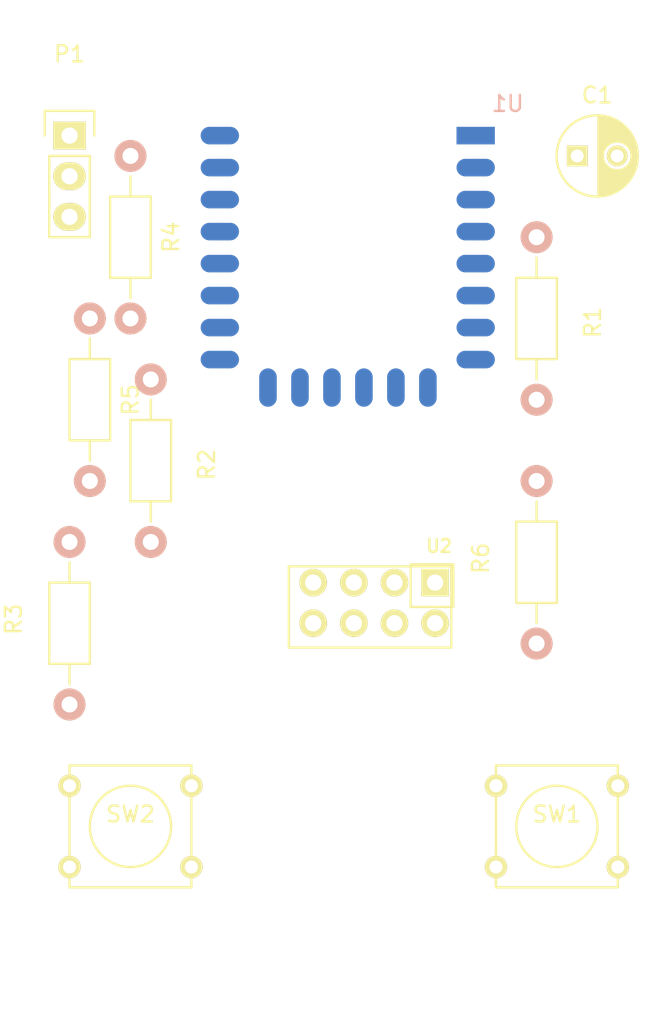
<source format=kicad_pcb>
(kicad_pcb (version 4) (host pcbnew 4.0.1-stable)

  (general
    (links 31)
    (no_connects 31)
    (area 135.07488 89.113799 176.630001 153.535001)
    (thickness 1.6)
    (drawings 4)
    (tracks 2)
    (zones 0)
    (modules 12)
    (nets 15)
  )

  (page A4)
  (layers
    (0 F.Cu signal)
    (31 B.Cu signal)
    (32 B.Adhes user)
    (33 F.Adhes user)
    (34 B.Paste user)
    (35 F.Paste user)
    (36 B.SilkS user)
    (37 F.SilkS user)
    (38 B.Mask user)
    (39 F.Mask user)
    (40 Dwgs.User user)
    (41 Cmts.User user)
    (42 Eco1.User user)
    (43 Eco2.User user)
    (44 Edge.Cuts user)
    (45 Margin user)
    (46 B.CrtYd user)
    (47 F.CrtYd user)
    (48 B.Fab user)
    (49 F.Fab user)
  )

  (setup
    (last_trace_width 0.254)
    (trace_clearance 0.2)
    (zone_clearance 0.508)
    (zone_45_only no)
    (trace_min 0.2)
    (segment_width 0.2)
    (edge_width 0.15)
    (via_size 0.6)
    (via_drill 0.4)
    (via_min_size 0.4)
    (via_min_drill 0.3)
    (uvia_size 0.3)
    (uvia_drill 0.1)
    (uvias_allowed no)
    (uvia_min_size 0.2)
    (uvia_min_drill 0.1)
    (pcb_text_width 0.3)
    (pcb_text_size 1.5 1.5)
    (mod_edge_width 0.15)
    (mod_text_size 1 1)
    (mod_text_width 0.15)
    (pad_size 1.524 1.524)
    (pad_drill 0.762)
    (pad_to_mask_clearance 0.2)
    (aux_axis_origin 0 0)
    (visible_elements 7FFFFFFF)
    (pcbplotparams
      (layerselection 0x00030_80000001)
      (usegerberextensions false)
      (excludeedgelayer true)
      (linewidth 0.100000)
      (plotframeref false)
      (viasonmask false)
      (mode 1)
      (useauxorigin false)
      (hpglpennumber 1)
      (hpglpenspeed 20)
      (hpglpendiameter 15)
      (hpglpenoverlay 2)
      (psnegative false)
      (psa4output false)
      (plotreference true)
      (plotvalue true)
      (plotinvisibletext false)
      (padsonsilk false)
      (subtractmaskfromsilk false)
      (outputformat 1)
      (mirror false)
      (drillshape 1)
      (scaleselection 1)
      (outputdirectory ""))
  )

  (net 0 "")
  (net 1 /RX)
  (net 2 /TX)
  (net 3 GND)
  (net 4 "Net-(C1-Pad1)")
  (net 5 +3V3)
  (net 6 "Net-(R2-Pad1)")
  (net 7 "Net-(R3-Pad1)")
  (net 8 "Net-(R4-Pad2)")
  (net 9 "Net-(C1-Pad2)")
  (net 10 /MISO)
  (net 11 /MOSI)
  (net 12 /SCK)
  (net 13 /CSN)
  (net 14 /CE)

  (net_class Default "Toto je výchozí třída sítě."
    (clearance 0.2)
    (trace_width 0.254)
    (via_dia 0.6)
    (via_drill 0.4)
    (uvia_dia 0.3)
    (uvia_drill 0.1)
    (add_net +3V3)
    (add_net /CE)
    (add_net /CSN)
    (add_net /MISO)
    (add_net /MOSI)
    (add_net /RX)
    (add_net /SCK)
    (add_net /TX)
    (add_net GND)
    (add_net "Net-(C1-Pad1)")
    (add_net "Net-(C1-Pad2)")
    (add_net "Net-(R2-Pad1)")
    (add_net "Net-(R3-Pad1)")
    (add_net "Net-(R4-Pad2)")
  )

  (module Buttons_Switches_ThroughHole:SW_PUSH_SMALL (layer F.Cu) (tedit 0) (tstamp 56DF2097)
    (at 143.51 140.97)
    (path /56DDF6AE)
    (fp_text reference SW2 (at 0 -0.762) (layer F.SilkS)
      (effects (font (size 1 1) (thickness 0.15)))
    )
    (fp_text value "FLASH BTN" (at 0 1.016) (layer F.Fab)
      (effects (font (size 1 1) (thickness 0.15)))
    )
    (fp_circle (center 0 0) (end 0 -2.54) (layer F.SilkS) (width 0.15))
    (fp_line (start -3.81 -3.81) (end 3.81 -3.81) (layer F.SilkS) (width 0.15))
    (fp_line (start 3.81 -3.81) (end 3.81 3.81) (layer F.SilkS) (width 0.15))
    (fp_line (start 3.81 3.81) (end -3.81 3.81) (layer F.SilkS) (width 0.15))
    (fp_line (start -3.81 -3.81) (end -3.81 3.81) (layer F.SilkS) (width 0.15))
    (pad 1 thru_hole circle (at 3.81 -2.54) (size 1.397 1.397) (drill 0.8128) (layers *.Cu *.Mask F.SilkS)
      (net 7 "Net-(R3-Pad1)"))
    (pad 2 thru_hole circle (at 3.81 2.54) (size 1.397 1.397) (drill 0.8128) (layers *.Cu *.Mask F.SilkS)
      (net 3 GND))
    (pad 1 thru_hole circle (at -3.81 -2.54) (size 1.397 1.397) (drill 0.8128) (layers *.Cu *.Mask F.SilkS)
      (net 7 "Net-(R3-Pad1)"))
    (pad 2 thru_hole circle (at -3.81 2.54) (size 1.397 1.397) (drill 0.8128) (layers *.Cu *.Mask F.SilkS)
      (net 3 GND))
  )

  (module ESP8266:ESP-12E (layer B.Cu) (tedit 559F8D21) (tstamp 56DF20B1)
    (at 165.1 97.79 180)
    (descr "Module, ESP-8266, ESP-12, 16 pad, SMD")
    (tags "Module ESP-8266 ESP8266")
    (path /56DDDE9E)
    (fp_text reference U1 (at -2 2 180) (layer B.SilkS)
      (effects (font (size 1 1) (thickness 0.15)) (justify mirror))
    )
    (fp_text value ESP-12E (at 8 -1 180) (layer B.Fab)
      (effects (font (size 1 1) (thickness 0.15)) (justify mirror))
    )
    (fp_line (start 16 8.4) (end 0 2.6) (layer B.CrtYd) (width 0.1524))
    (fp_line (start 0 8.4) (end 16 2.6) (layer B.CrtYd) (width 0.1524))
    (fp_text user "No Copper" (at 7.9 5.4 180) (layer B.CrtYd)
      (effects (font (size 1 1) (thickness 0.15)) (justify mirror))
    )
    (fp_line (start 0 8.4) (end 0 2.6) (layer B.CrtYd) (width 0.1524))
    (fp_line (start 0 2.6) (end 16 2.6) (layer B.CrtYd) (width 0.1524))
    (fp_line (start 16 2.6) (end 16 8.4) (layer B.CrtYd) (width 0.1524))
    (fp_line (start 16 8.4) (end 0 8.4) (layer B.CrtYd) (width 0.1524))
    (fp_line (start 16 8.4) (end 16 -15.6) (layer B.Fab) (width 0.1524))
    (fp_line (start 16 -15.6) (end 0 -15.6) (layer B.Fab) (width 0.1524))
    (fp_line (start 0 -15.6) (end 0 8.4) (layer B.Fab) (width 0.1524))
    (fp_line (start 0 8.4) (end 16 8.4) (layer B.Fab) (width 0.1524))
    (pad 9 smd oval (at 2.99 -15.75 90) (size 2.4 1.1) (layers B.Cu B.Paste B.Mask))
    (pad 10 smd oval (at 4.99 -15.75 90) (size 2.4 1.1) (layers B.Cu B.Paste B.Mask))
    (pad 11 smd oval (at 6.99 -15.75 90) (size 2.4 1.1) (layers B.Cu B.Paste B.Mask))
    (pad 12 smd oval (at 8.99 -15.75 90) (size 2.4 1.1) (layers B.Cu B.Paste B.Mask))
    (pad 13 smd oval (at 10.99 -15.75 90) (size 2.4 1.1) (layers B.Cu B.Paste B.Mask))
    (pad 14 smd oval (at 12.99 -15.75 90) (size 2.4 1.1) (layers B.Cu B.Paste B.Mask))
    (pad 1 smd rect (at 0 0 180) (size 2.4 1.1) (layers B.Cu B.Paste B.Mask)
      (net 4 "Net-(C1-Pad1)"))
    (pad 2 smd oval (at 0 -2 180) (size 2.4 1.1) (layers B.Cu B.Paste B.Mask))
    (pad 3 smd oval (at 0 -4 180) (size 2.4 1.1) (layers B.Cu B.Paste B.Mask)
      (net 5 +3V3))
    (pad 4 smd oval (at 0 -6 180) (size 2.4 1.1) (layers B.Cu B.Paste B.Mask))
    (pad 5 smd oval (at 0 -8 180) (size 2.4 1.1) (layers B.Cu B.Paste B.Mask)
      (net 12 /SCK))
    (pad 6 smd oval (at 0 -10 180) (size 2.4 1.1) (layers B.Cu B.Paste B.Mask)
      (net 10 /MISO))
    (pad 7 smd oval (at 0 -12 180) (size 2.4 1.1) (layers B.Cu B.Paste B.Mask)
      (net 11 /MOSI))
    (pad 8 smd oval (at 0 -14 180) (size 2.4 1.1) (layers B.Cu B.Paste B.Mask)
      (net 5 +3V3))
    (pad 15 smd oval (at 16 -14 180) (size 2.4 1.1) (layers B.Cu B.Paste B.Mask)
      (net 3 GND))
    (pad 16 smd oval (at 16 -12 180) (size 2.4 1.1) (layers B.Cu B.Paste B.Mask)
      (net 13 /CSN))
    (pad 17 smd oval (at 16 -10 180) (size 2.4 1.1) (layers B.Cu B.Paste B.Mask)
      (net 6 "Net-(R2-Pad1)"))
    (pad 18 smd oval (at 16 -8 180) (size 2.4 1.1) (layers B.Cu B.Paste B.Mask)
      (net 7 "Net-(R3-Pad1)"))
    (pad 19 smd oval (at 16 -6 180) (size 2.4 1.1) (layers B.Cu B.Paste B.Mask)
      (net 14 /CE))
    (pad 20 smd oval (at 16 -4 180) (size 2.4 1.1) (layers B.Cu B.Paste B.Mask))
    (pad 21 smd oval (at 16 -2 180) (size 2.4 1.1) (layers B.Cu B.Paste B.Mask)
      (net 8 "Net-(R4-Pad2)"))
    (pad 22 smd oval (at 16 0 180) (size 2.4 1.1) (layers B.Cu B.Paste B.Mask)
      (net 1 /RX))
    (model ${ESPLIB}/ESP8266.3dshapes/ESP-12.wrl
      (at (xyz 0.04 0 0))
      (scale (xyz 0.3937 0.3937 0.3937))
      (rotate (xyz 0 0 0))
    )
  )

  (module Pin_Headers:Pin_Header_Straight_1x03 (layer F.Cu) (tedit 0) (tstamp 56DF2069)
    (at 139.7 97.79)
    (descr "Through hole pin header")
    (tags "pin header")
    (path /56DDE8D2)
    (fp_text reference P1 (at 0 -5.1) (layer F.SilkS)
      (effects (font (size 1 1) (thickness 0.15)))
    )
    (fp_text value FTDI (at 0 -3.1) (layer F.Fab)
      (effects (font (size 1 1) (thickness 0.15)))
    )
    (fp_line (start -1.75 -1.75) (end -1.75 6.85) (layer F.CrtYd) (width 0.05))
    (fp_line (start 1.75 -1.75) (end 1.75 6.85) (layer F.CrtYd) (width 0.05))
    (fp_line (start -1.75 -1.75) (end 1.75 -1.75) (layer F.CrtYd) (width 0.05))
    (fp_line (start -1.75 6.85) (end 1.75 6.85) (layer F.CrtYd) (width 0.05))
    (fp_line (start -1.27 1.27) (end -1.27 6.35) (layer F.SilkS) (width 0.15))
    (fp_line (start -1.27 6.35) (end 1.27 6.35) (layer F.SilkS) (width 0.15))
    (fp_line (start 1.27 6.35) (end 1.27 1.27) (layer F.SilkS) (width 0.15))
    (fp_line (start 1.55 -1.55) (end 1.55 0) (layer F.SilkS) (width 0.15))
    (fp_line (start 1.27 1.27) (end -1.27 1.27) (layer F.SilkS) (width 0.15))
    (fp_line (start -1.55 0) (end -1.55 -1.55) (layer F.SilkS) (width 0.15))
    (fp_line (start -1.55 -1.55) (end 1.55 -1.55) (layer F.SilkS) (width 0.15))
    (pad 1 thru_hole rect (at 0 0) (size 2.032 1.7272) (drill 1.016) (layers *.Cu *.Mask F.SilkS)
      (net 1 /RX))
    (pad 2 thru_hole oval (at 0 2.54) (size 2.032 1.7272) (drill 1.016) (layers *.Cu *.Mask F.SilkS)
      (net 2 /TX))
    (pad 3 thru_hole oval (at 0 5.08) (size 2.032 1.7272) (drill 1.016) (layers *.Cu *.Mask F.SilkS)
      (net 3 GND))
    (model Pin_Headers.3dshapes/Pin_Header_Straight_1x03.wrl
      (at (xyz 0 -0.1 0))
      (scale (xyz 1 1 1))
      (rotate (xyz 0 0 90))
    )
  )

  (module Resistors_ThroughHole:Resistor_Horizontal_RM10mm (layer F.Cu) (tedit 56E1CCB3) (tstamp 56DF206F)
    (at 168.91 109.22 270)
    (descr "Resistor, Axial,  RM 10mm, 1/3W,")
    (tags "Resistor, Axial, RM 10mm, 1/3W,")
    (path /56DDF338)
    (fp_text reference R1 (at 0.24892 -3.50012 270) (layer F.SilkS)
      (effects (font (size 1 1) (thickness 0.15)))
    )
    (fp_text value 10k (at 0 0 270) (layer F.Fab)
      (effects (font (size 1 1) (thickness 0.15)))
    )
    (fp_line (start -2.54 -1.27) (end 2.54 -1.27) (layer F.SilkS) (width 0.15))
    (fp_line (start 2.54 -1.27) (end 2.54 1.27) (layer F.SilkS) (width 0.15))
    (fp_line (start 2.54 1.27) (end -2.54 1.27) (layer F.SilkS) (width 0.15))
    (fp_line (start -2.54 1.27) (end -2.54 -1.27) (layer F.SilkS) (width 0.15))
    (fp_line (start -2.54 0) (end -3.81 0) (layer F.SilkS) (width 0.15))
    (fp_line (start 2.54 0) (end 3.81 0) (layer F.SilkS) (width 0.15))
    (pad 1 thru_hole circle (at -5.08 0 270) (size 1.99898 1.99898) (drill 1.00076) (layers *.Cu *.SilkS *.Mask)
      (net 4 "Net-(C1-Pad1)"))
    (pad 2 thru_hole circle (at 5.08 0 270) (size 1.99898 1.99898) (drill 1.00076) (layers *.Cu *.SilkS *.Mask)
      (net 5 +3V3))
    (model Resistors_ThroughHole.3dshapes/Resistor_Horizontal_RM10mm.wrl
      (at (xyz 0 0 0))
      (scale (xyz 0.4 0.4 0.4))
      (rotate (xyz 0 0 0))
    )
  )

  (module Resistors_ThroughHole:Resistor_Horizontal_RM10mm (layer F.Cu) (tedit 56E1CC98) (tstamp 56DF2075)
    (at 144.78 118.11 270)
    (descr "Resistor, Axial,  RM 10mm, 1/3W,")
    (tags "Resistor, Axial, RM 10mm, 1/3W,")
    (path /56DDF292)
    (fp_text reference R2 (at 0.24892 -3.50012 270) (layer F.SilkS)
      (effects (font (size 1 1) (thickness 0.15)))
    )
    (fp_text value 10k (at 0 0 270) (layer F.Fab)
      (effects (font (size 1 1) (thickness 0.15)))
    )
    (fp_line (start -2.54 -1.27) (end 2.54 -1.27) (layer F.SilkS) (width 0.15))
    (fp_line (start 2.54 -1.27) (end 2.54 1.27) (layer F.SilkS) (width 0.15))
    (fp_line (start 2.54 1.27) (end -2.54 1.27) (layer F.SilkS) (width 0.15))
    (fp_line (start -2.54 1.27) (end -2.54 -1.27) (layer F.SilkS) (width 0.15))
    (fp_line (start -2.54 0) (end -3.81 0) (layer F.SilkS) (width 0.15))
    (fp_line (start 2.54 0) (end 3.81 0) (layer F.SilkS) (width 0.15))
    (pad 1 thru_hole circle (at -5.08 0 270) (size 1.99898 1.99898) (drill 1.00076) (layers *.Cu *.SilkS *.Mask)
      (net 6 "Net-(R2-Pad1)"))
    (pad 2 thru_hole circle (at 5.08 0 270) (size 1.99898 1.99898) (drill 1.00076) (layers *.Cu *.SilkS *.Mask)
      (net 5 +3V3))
    (model Resistors_ThroughHole.3dshapes/Resistor_Horizontal_RM10mm.wrl
      (at (xyz 0 0 0))
      (scale (xyz 0.4 0.4 0.4))
      (rotate (xyz 0 0 0))
    )
  )

  (module Resistors_ThroughHole:Resistor_Horizontal_RM10mm (layer F.Cu) (tedit 56E1CC96) (tstamp 56DF207B)
    (at 139.7 128.27 90)
    (descr "Resistor, Axial,  RM 10mm, 1/3W,")
    (tags "Resistor, Axial, RM 10mm, 1/3W,")
    (path /56DDF303)
    (fp_text reference R3 (at 0.24892 -3.50012 90) (layer F.SilkS)
      (effects (font (size 1 1) (thickness 0.15)))
    )
    (fp_text value 10k (at 0 0 90) (layer F.Fab)
      (effects (font (size 1 1) (thickness 0.15)))
    )
    (fp_line (start -2.54 -1.27) (end 2.54 -1.27) (layer F.SilkS) (width 0.15))
    (fp_line (start 2.54 -1.27) (end 2.54 1.27) (layer F.SilkS) (width 0.15))
    (fp_line (start 2.54 1.27) (end -2.54 1.27) (layer F.SilkS) (width 0.15))
    (fp_line (start -2.54 1.27) (end -2.54 -1.27) (layer F.SilkS) (width 0.15))
    (fp_line (start -2.54 0) (end -3.81 0) (layer F.SilkS) (width 0.15))
    (fp_line (start 2.54 0) (end 3.81 0) (layer F.SilkS) (width 0.15))
    (pad 1 thru_hole circle (at -5.08 0 90) (size 1.99898 1.99898) (drill 1.00076) (layers *.Cu *.SilkS *.Mask)
      (net 7 "Net-(R3-Pad1)"))
    (pad 2 thru_hole circle (at 5.08 0 90) (size 1.99898 1.99898) (drill 1.00076) (layers *.Cu *.SilkS *.Mask)
      (net 5 +3V3))
    (model Resistors_ThroughHole.3dshapes/Resistor_Horizontal_RM10mm.wrl
      (at (xyz 0 0 0))
      (scale (xyz 0.4 0.4 0.4))
      (rotate (xyz 0 0 0))
    )
  )

  (module Resistors_ThroughHole:Resistor_Horizontal_RM10mm (layer F.Cu) (tedit 56E1CC9E) (tstamp 56DF2081)
    (at 143.51 104.14 270)
    (descr "Resistor, Axial,  RM 10mm, 1/3W,")
    (tags "Resistor, Axial, RM 10mm, 1/3W,")
    (path /56DDECB6)
    (fp_text reference R4 (at 0 -2.54 270) (layer F.SilkS)
      (effects (font (size 1 1) (thickness 0.15)))
    )
    (fp_text value 10k (at 0 0 270) (layer F.Fab)
      (effects (font (size 1 1) (thickness 0.15)))
    )
    (fp_line (start -2.54 -1.27) (end 2.54 -1.27) (layer F.SilkS) (width 0.15))
    (fp_line (start 2.54 -1.27) (end 2.54 1.27) (layer F.SilkS) (width 0.15))
    (fp_line (start 2.54 1.27) (end -2.54 1.27) (layer F.SilkS) (width 0.15))
    (fp_line (start -2.54 1.27) (end -2.54 -1.27) (layer F.SilkS) (width 0.15))
    (fp_line (start -2.54 0) (end -3.81 0) (layer F.SilkS) (width 0.15))
    (fp_line (start 2.54 0) (end 3.81 0) (layer F.SilkS) (width 0.15))
    (pad 1 thru_hole circle (at -5.08 0 270) (size 1.99898 1.99898) (drill 1.00076) (layers *.Cu *.SilkS *.Mask)
      (net 2 /TX))
    (pad 2 thru_hole circle (at 5.08 0 270) (size 1.99898 1.99898) (drill 1.00076) (layers *.Cu *.SilkS *.Mask)
      (net 8 "Net-(R4-Pad2)"))
    (model Resistors_ThroughHole.3dshapes/Resistor_Horizontal_RM10mm.wrl
      (at (xyz 0 0 0))
      (scale (xyz 0.4 0.4 0.4))
      (rotate (xyz 0 0 0))
    )
  )

  (module Resistors_ThroughHole:Resistor_Horizontal_RM10mm (layer F.Cu) (tedit 56E1CC9C) (tstamp 56DF2087)
    (at 140.97 114.3 270)
    (descr "Resistor, Axial,  RM 10mm, 1/3W,")
    (tags "Resistor, Axial, RM 10mm, 1/3W,")
    (path /56DDED85)
    (fp_text reference R5 (at 0 -2.54 270) (layer F.SilkS)
      (effects (font (size 1 1) (thickness 0.15)))
    )
    (fp_text value 22k (at 0 0 270) (layer F.Fab)
      (effects (font (size 1 1) (thickness 0.15)))
    )
    (fp_line (start -2.54 -1.27) (end 2.54 -1.27) (layer F.SilkS) (width 0.15))
    (fp_line (start 2.54 -1.27) (end 2.54 1.27) (layer F.SilkS) (width 0.15))
    (fp_line (start 2.54 1.27) (end -2.54 1.27) (layer F.SilkS) (width 0.15))
    (fp_line (start -2.54 1.27) (end -2.54 -1.27) (layer F.SilkS) (width 0.15))
    (fp_line (start -2.54 0) (end -3.81 0) (layer F.SilkS) (width 0.15))
    (fp_line (start 2.54 0) (end 3.81 0) (layer F.SilkS) (width 0.15))
    (pad 1 thru_hole circle (at -5.08 0 270) (size 1.99898 1.99898) (drill 1.00076) (layers *.Cu *.SilkS *.Mask)
      (net 8 "Net-(R4-Pad2)"))
    (pad 2 thru_hole circle (at 5.08 0 270) (size 1.99898 1.99898) (drill 1.00076) (layers *.Cu *.SilkS *.Mask)
      (net 3 GND))
    (model Resistors_ThroughHole.3dshapes/Resistor_Horizontal_RM10mm.wrl
      (at (xyz 0 0 0))
      (scale (xyz 0.4 0.4 0.4))
      (rotate (xyz 0 0 0))
    )
  )

  (module Buttons_Switches_ThroughHole:SW_PUSH_SMALL (layer F.Cu) (tedit 0) (tstamp 56DF208F)
    (at 170.18 140.97)
    (path /56DDF46F)
    (fp_text reference SW1 (at 0 -0.762) (layer F.SilkS)
      (effects (font (size 1 1) (thickness 0.15)))
    )
    (fp_text value "RESET BTN" (at 0 1.016) (layer F.Fab)
      (effects (font (size 1 1) (thickness 0.15)))
    )
    (fp_circle (center 0 0) (end 0 -2.54) (layer F.SilkS) (width 0.15))
    (fp_line (start -3.81 -3.81) (end 3.81 -3.81) (layer F.SilkS) (width 0.15))
    (fp_line (start 3.81 -3.81) (end 3.81 3.81) (layer F.SilkS) (width 0.15))
    (fp_line (start 3.81 3.81) (end -3.81 3.81) (layer F.SilkS) (width 0.15))
    (fp_line (start -3.81 -3.81) (end -3.81 3.81) (layer F.SilkS) (width 0.15))
    (pad 1 thru_hole circle (at 3.81 -2.54) (size 1.397 1.397) (drill 0.8128) (layers *.Cu *.Mask F.SilkS)
      (net 9 "Net-(C1-Pad2)"))
    (pad 2 thru_hole circle (at 3.81 2.54) (size 1.397 1.397) (drill 0.8128) (layers *.Cu *.Mask F.SilkS)
      (net 3 GND))
    (pad 1 thru_hole circle (at -3.81 -2.54) (size 1.397 1.397) (drill 0.8128) (layers *.Cu *.Mask F.SilkS)
      (net 9 "Net-(C1-Pad2)"))
    (pad 2 thru_hole circle (at -3.81 2.54) (size 1.397 1.397) (drill 0.8128) (layers *.Cu *.Mask F.SilkS)
      (net 3 GND))
  )

  (module Modules:NRF24L01+ (layer F.Cu) (tedit 56B7B3FE) (tstamp 56DF20BD)
    (at 163.83 124.46)
    (descr NRF24L01)
    (tags "nRF 24 NRF24L01 NRF24L01+")
    (path /56DDF1E9)
    (fp_text reference U2 (at -1.016 -1.016) (layer F.SilkS)
      (effects (font (size 0.8 0.8) (thickness 0.16)))
    )
    (fp_text value nRF24L01+ (at -8.382 7.112) (layer F.Fab) hide
      (effects (font (size 0.8 0.8) (thickness 0.16)))
    )
    (fp_line (start -15.25 28.8) (end 0 28.8) (layer F.CrtYd) (width 0.15))
    (fp_line (start 0 28.8) (end 0 0) (layer F.CrtYd) (width 0.15))
    (fp_line (start 0 0) (end -15.25 0) (layer F.CrtYd) (width 0.15))
    (fp_line (start -15.25 0) (end -15.25 28.8) (layer F.CrtYd) (width 0.15))
    (fp_line (start -2.794 0.127) (end -0.127 0.127) (layer F.SilkS) (width 0.15))
    (fp_line (start -0.127 0.127) (end -0.127 2.794) (layer F.SilkS) (width 0.15))
    (fp_line (start 0 0) (end -15.25 0) (layer B.CrtYd) (width 0.15))
    (fp_line (start -15.25 0) (end -15.25 28.8) (layer B.CrtYd) (width 0.15))
    (fp_line (start -15.25 28.8) (end 0 28.8) (layer B.CrtYd) (width 0.15))
    (fp_line (start 0 28.8) (end 0 0) (layer B.CrtYd) (width 0.15))
    (fp_line (start -7.874 0.254) (end -10.414 0.254) (layer F.SilkS) (width 0.15))
    (fp_line (start -10.414 0.254) (end -10.414 2.794) (layer F.SilkS) (width 0.15))
    (fp_line (start -2.794 0.254) (end -2.794 2.794) (layer F.SilkS) (width 0.15))
    (fp_line (start -2.794 2.794) (end -0.254 2.794) (layer F.SilkS) (width 0.15))
    (fp_line (start -10.894 -0.226) (end -10.894 5.824) (layer F.CrtYd) (width 0.05))
    (fp_line (start 0.256 -0.226) (end 0.256 5.824) (layer F.CrtYd) (width 0.05))
    (fp_line (start -10.894 -0.226) (end 0.256 -0.226) (layer F.CrtYd) (width 0.05))
    (fp_line (start -10.894 5.824) (end 0.256 5.824) (layer F.CrtYd) (width 0.05))
    (fp_line (start -7.874 0.254) (end -0.254 0.254) (layer F.SilkS) (width 0.15))
    (fp_line (start -0.254 0.254) (end -0.254 5.334) (layer F.SilkS) (width 0.15))
    (fp_line (start -0.254 5.334) (end -10.414 5.334) (layer F.SilkS) (width 0.15))
    (fp_line (start -10.414 5.334) (end -10.414 2.794) (layer F.SilkS) (width 0.15))
    (pad 7 thru_hole oval (at -8.89 1.27) (size 1.7272 1.7272) (drill 1.016) (layers *.Cu *.Mask F.SilkS)
      (net 10 /MISO))
    (pad 8 thru_hole oval (at -8.89 3.81) (size 1.7272 1.7272) (drill 1.016) (layers *.Cu *.Mask F.SilkS))
    (pad 5 thru_hole oval (at -6.35 1.27) (size 1.7272 1.7272) (drill 1.016) (layers *.Cu *.Mask F.SilkS)
      (net 12 /SCK))
    (pad 6 thru_hole oval (at -6.35 3.81) (size 1.7272 1.7272) (drill 1.016) (layers *.Cu *.Mask F.SilkS)
      (net 11 /MOSI))
    (pad 3 thru_hole oval (at -3.81 1.27) (size 1.7272 1.7272) (drill 1.016) (layers *.Cu *.Mask F.SilkS)
      (net 14 /CE))
    (pad 4 thru_hole oval (at -3.81 3.81) (size 1.7272 1.7272) (drill 1.016) (layers *.Cu *.Mask F.SilkS)
      (net 13 /CSN))
    (pad 1 thru_hole rect (at -1.27 1.27) (size 1.7272 1.7272) (drill 1.016) (layers *.Cu *.Mask F.SilkS)
      (net 3 GND))
    (pad 2 thru_hole oval (at -1.27 3.81) (size 1.7272 1.7272) (drill 1.016) (layers *.Cu *.Mask F.SilkS)
      (net 5 +3V3))
    (model Socket_Strips.3dshapes/Socket_Strip_Straight_2x04.wrl
      (at (xyz -0.21 -0.11 0))
      (scale (xyz 1 1 1))
      (rotate (xyz 0 0 0))
    )
    (model Pin_Headers.3dshapes/Pin_Header_Straight_2x04.wrl
      (at (xyz -0.21 -0.11 0.442))
      (scale (xyz 1 1 1))
      (rotate (xyz 0 180 0))
    )
    (model mysensors.3dshapes/nrf24l01.wrl
      (at (xyz -0.3 -0.5669999999999999 0.475))
      (scale (xyz 0.395 0.395 0.395))
      (rotate (xyz 0 0 0))
    )
    (model Housings_DFN_QFN.3dshapes/QFN-20-1EP_4x4mm_Pitch0.5mm.wrl
      (at (xyz -0.22 -0.51 0.509))
      (scale (xyz 1 1 1))
      (rotate (xyz 0 0 0))
    )
    (model mysensors.3dshapes/w.lain.3dshapes/crystal/crystal_hc-49s.wrl
      (at (xyz -0.5 -0.475 0.51))
      (scale (xyz 1 1 1))
      (rotate (xyz 0 0 90))
    )
  )

  (module Capacitors_ThroughHole:C_Radial_D5_L11_P2.5 (layer F.Cu) (tedit 0) (tstamp 56DF21CE)
    (at 171.45 99.06)
    (descr "Radial Electrolytic Capacitor Diameter 5mm x Length 11mm, Pitch 2.5mm")
    (tags "Electrolytic Capacitor")
    (path /56DF1D3E)
    (fp_text reference C1 (at 1.25 -3.8) (layer F.SilkS)
      (effects (font (size 1 1) (thickness 0.15)))
    )
    (fp_text value 10u (at 1.25 3.8) (layer F.Fab)
      (effects (font (size 1 1) (thickness 0.15)))
    )
    (fp_line (start 1.325 -2.499) (end 1.325 2.499) (layer F.SilkS) (width 0.15))
    (fp_line (start 1.465 -2.491) (end 1.465 2.491) (layer F.SilkS) (width 0.15))
    (fp_line (start 1.605 -2.475) (end 1.605 -0.095) (layer F.SilkS) (width 0.15))
    (fp_line (start 1.605 0.095) (end 1.605 2.475) (layer F.SilkS) (width 0.15))
    (fp_line (start 1.745 -2.451) (end 1.745 -0.49) (layer F.SilkS) (width 0.15))
    (fp_line (start 1.745 0.49) (end 1.745 2.451) (layer F.SilkS) (width 0.15))
    (fp_line (start 1.885 -2.418) (end 1.885 -0.657) (layer F.SilkS) (width 0.15))
    (fp_line (start 1.885 0.657) (end 1.885 2.418) (layer F.SilkS) (width 0.15))
    (fp_line (start 2.025 -2.377) (end 2.025 -0.764) (layer F.SilkS) (width 0.15))
    (fp_line (start 2.025 0.764) (end 2.025 2.377) (layer F.SilkS) (width 0.15))
    (fp_line (start 2.165 -2.327) (end 2.165 -0.835) (layer F.SilkS) (width 0.15))
    (fp_line (start 2.165 0.835) (end 2.165 2.327) (layer F.SilkS) (width 0.15))
    (fp_line (start 2.305 -2.266) (end 2.305 -0.879) (layer F.SilkS) (width 0.15))
    (fp_line (start 2.305 0.879) (end 2.305 2.266) (layer F.SilkS) (width 0.15))
    (fp_line (start 2.445 -2.196) (end 2.445 -0.898) (layer F.SilkS) (width 0.15))
    (fp_line (start 2.445 0.898) (end 2.445 2.196) (layer F.SilkS) (width 0.15))
    (fp_line (start 2.585 -2.114) (end 2.585 -0.896) (layer F.SilkS) (width 0.15))
    (fp_line (start 2.585 0.896) (end 2.585 2.114) (layer F.SilkS) (width 0.15))
    (fp_line (start 2.725 -2.019) (end 2.725 -0.871) (layer F.SilkS) (width 0.15))
    (fp_line (start 2.725 0.871) (end 2.725 2.019) (layer F.SilkS) (width 0.15))
    (fp_line (start 2.865 -1.908) (end 2.865 -0.823) (layer F.SilkS) (width 0.15))
    (fp_line (start 2.865 0.823) (end 2.865 1.908) (layer F.SilkS) (width 0.15))
    (fp_line (start 3.005 -1.78) (end 3.005 -0.745) (layer F.SilkS) (width 0.15))
    (fp_line (start 3.005 0.745) (end 3.005 1.78) (layer F.SilkS) (width 0.15))
    (fp_line (start 3.145 -1.631) (end 3.145 -0.628) (layer F.SilkS) (width 0.15))
    (fp_line (start 3.145 0.628) (end 3.145 1.631) (layer F.SilkS) (width 0.15))
    (fp_line (start 3.285 -1.452) (end 3.285 -0.44) (layer F.SilkS) (width 0.15))
    (fp_line (start 3.285 0.44) (end 3.285 1.452) (layer F.SilkS) (width 0.15))
    (fp_line (start 3.425 -1.233) (end 3.425 1.233) (layer F.SilkS) (width 0.15))
    (fp_line (start 3.565 -0.944) (end 3.565 0.944) (layer F.SilkS) (width 0.15))
    (fp_line (start 3.705 -0.472) (end 3.705 0.472) (layer F.SilkS) (width 0.15))
    (fp_circle (center 2.5 0) (end 2.5 -0.9) (layer F.SilkS) (width 0.15))
    (fp_circle (center 1.25 0) (end 1.25 -2.5375) (layer F.SilkS) (width 0.15))
    (fp_circle (center 1.25 0) (end 1.25 -2.8) (layer F.CrtYd) (width 0.05))
    (pad 1 thru_hole rect (at 0 0) (size 1.3 1.3) (drill 0.8) (layers *.Cu *.Mask F.SilkS)
      (net 4 "Net-(C1-Pad1)"))
    (pad 2 thru_hole circle (at 2.5 0) (size 1.3 1.3) (drill 0.8) (layers *.Cu *.Mask F.SilkS)
      (net 9 "Net-(C1-Pad2)"))
    (model Capacitors_ThroughHole.3dshapes/C_Radial_D5_L11_P2.5.wrl
      (at (xyz 0.049213 0 0))
      (scale (xyz 1 1 1))
      (rotate (xyz 0 0 90))
    )
  )

  (module Resistors_ThroughHole:Resistor_Horizontal_RM10mm (layer F.Cu) (tedit 56E1CCA6) (tstamp 56DF21D4)
    (at 168.91 124.46 90)
    (descr "Resistor, Axial,  RM 10mm, 1/3W,")
    (tags "Resistor, Axial, RM 10mm, 1/3W,")
    (path /56DF1E5F)
    (fp_text reference R6 (at 0.24892 -3.50012 90) (layer F.SilkS)
      (effects (font (size 1 1) (thickness 0.15)))
    )
    (fp_text value 10k (at 0 0 90) (layer F.Fab)
      (effects (font (size 1 1) (thickness 0.15)))
    )
    (fp_line (start -2.54 -1.27) (end 2.54 -1.27) (layer F.SilkS) (width 0.15))
    (fp_line (start 2.54 -1.27) (end 2.54 1.27) (layer F.SilkS) (width 0.15))
    (fp_line (start 2.54 1.27) (end -2.54 1.27) (layer F.SilkS) (width 0.15))
    (fp_line (start -2.54 1.27) (end -2.54 -1.27) (layer F.SilkS) (width 0.15))
    (fp_line (start -2.54 0) (end -3.81 0) (layer F.SilkS) (width 0.15))
    (fp_line (start 2.54 0) (end 3.81 0) (layer F.SilkS) (width 0.15))
    (pad 1 thru_hole circle (at -5.08 0 90) (size 1.99898 1.99898) (drill 1.00076) (layers *.Cu *.SilkS *.Mask)
      (net 9 "Net-(C1-Pad2)"))
    (pad 2 thru_hole circle (at 5.08 0 90) (size 1.99898 1.99898) (drill 1.00076) (layers *.Cu *.SilkS *.Mask)
      (net 5 +3V3))
    (model Resistors_ThroughHole.3dshapes/Resistor_Horizontal_RM10mm.wrl
      (at (xyz 0 0 0))
      (scale (xyz 0.4 0.4 0.4))
      (rotate (xyz 0 0 0))
    )
  )

  (gr_line (start 137.16 95.25) (end 137.16 146.05) (angle 90) (layer Margin) (width 0.2))
  (gr_line (start 176.53 95.25) (end 137.16 95.25) (angle 90) (layer Margin) (width 0.2))
  (gr_line (start 176.53 146.05) (end 176.53 95.25) (angle 90) (layer Margin) (width 0.2))
  (gr_line (start 137.16 146.05) (end 176.53 146.05) (angle 90) (layer Margin) (width 0.2))

  (segment (start 140.1064 97.3836) (end 139.7 97.79) (width 0.25) (layer F.Cu) (net 1) (tstamp 56DF2C75) (status 30))
  (segment (start 173.99 99.02) (end 173.95 99.06) (width 0.25) (layer F.Cu) (net 9) (tstamp 56DF27A8) (status 30))

)

</source>
